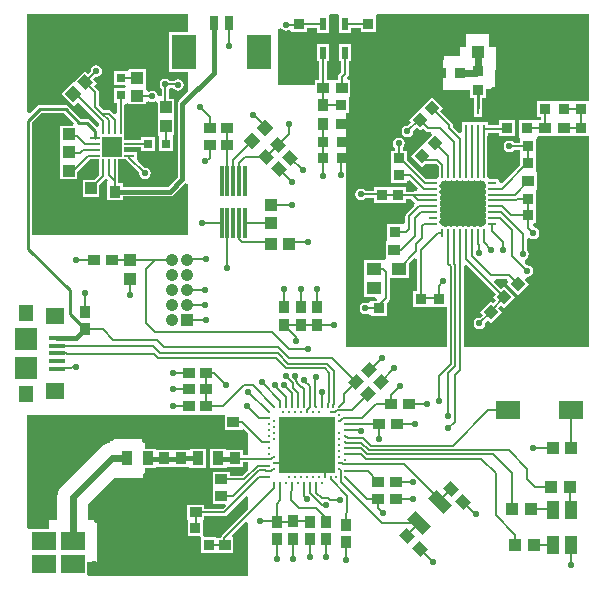
<source format=gtl>
G04 Layer_Physical_Order=1*
G04 Layer_Color=255*
%FSLAX25Y25*%
%MOIN*%
G70*
G01*
G75*
%ADD10C,0.01083*%
%ADD11R,0.03543X0.03740*%
%ADD12R,0.19095X0.19095*%
G04:AMPARAMS|DCode=13|XSize=35.43mil|YSize=41.34mil|CornerRadius=0mil|HoleSize=0mil|Usage=FLASHONLY|Rotation=45.000|XOffset=0mil|YOffset=0mil|HoleType=Round|Shape=Rectangle|*
%AMROTATEDRECTD13*
4,1,4,0.00209,-0.02714,-0.02714,0.00209,-0.00209,0.02714,0.02714,-0.00209,0.00209,-0.02714,0.0*
%
%ADD13ROTATEDRECTD13*%

%ADD14R,0.03583X0.03780*%
%ADD15R,0.08032X0.06063*%
%ADD16R,0.06614X0.06614*%
%ADD17R,0.03347X0.00787*%
%ADD18R,0.00787X0.03347*%
%ADD19R,0.03150X0.03150*%
G04:AMPARAMS|DCode=20|XSize=35.43mil|YSize=37.4mil|CornerRadius=0mil|HoleSize=0mil|Usage=FLASHONLY|Rotation=225.000|XOffset=0mil|YOffset=0mil|HoleType=Round|Shape=Rectangle|*
%AMROTATEDRECTD20*
4,1,4,-0.00070,0.02575,0.02575,-0.00070,0.00070,-0.02575,-0.02575,0.00070,-0.00070,0.02575,0.0*
%
%ADD20ROTATEDRECTD20*%

%ADD21R,0.03937X0.04134*%
%ADD22R,0.03543X0.04134*%
G04:AMPARAMS|DCode=23|XSize=39.37mil|YSize=41.34mil|CornerRadius=0mil|HoleSize=0mil|Usage=FLASHONLY|Rotation=225.000|XOffset=0mil|YOffset=0mil|HoleType=Round|Shape=Rectangle|*
%AMROTATEDRECTD23*
4,1,4,-0.00070,0.02854,0.02854,-0.00070,0.00070,-0.02854,-0.02854,0.00070,-0.00070,0.02854,0.0*
%
%ADD23ROTATEDRECTD23*%

%ADD24R,0.04134X0.03937*%
%ADD25R,0.03150X0.05118*%
%ADD26R,0.08268X0.11811*%
%ADD27R,0.05118X0.04331*%
%ADD28R,0.03661X0.04921*%
%ADD29R,0.04134X0.03543*%
G04:AMPARAMS|DCode=30|XSize=39.37mil|YSize=70.87mil|CornerRadius=0mil|HoleSize=0mil|Usage=FLASHONLY|Rotation=45.000|XOffset=0mil|YOffset=0mil|HoleType=Round|Shape=Rectangle|*
%AMROTATEDRECTD30*
4,1,4,0.01114,-0.03897,-0.03897,0.01114,-0.01114,0.03897,0.03897,-0.01114,0.01114,-0.03897,0.0*
%
%ADD30ROTATEDRECTD30*%

%ADD31R,0.03347X0.03740*%
G04:AMPARAMS|DCode=32|XSize=39.37mil|YSize=41.34mil|CornerRadius=0mil|HoleSize=0mil|Usage=FLASHONLY|Rotation=315.000|XOffset=0mil|YOffset=0mil|HoleType=Round|Shape=Rectangle|*
%AMROTATEDRECTD32*
4,1,4,-0.02854,-0.00070,0.00070,0.02854,0.02854,0.00070,-0.00070,-0.02854,-0.02854,-0.00070,0.0*
%
%ADD32ROTATEDRECTD32*%

%ADD33R,0.03740X0.03543*%
%ADD34R,0.03740X0.03937*%
%ADD35R,0.03937X0.03740*%
G04:AMPARAMS|DCode=36|XSize=35.43mil|YSize=37.4mil|CornerRadius=0mil|HoleSize=0mil|Usage=FLASHONLY|Rotation=315.000|XOffset=0mil|YOffset=0mil|HoleType=Round|Shape=Rectangle|*
%AMROTATEDRECTD36*
4,1,4,-0.02575,-0.00070,0.00070,0.02575,0.02575,0.00070,-0.00070,-0.02575,-0.02575,-0.00070,0.0*
%
%ADD36ROTATEDRECTD36*%

%ADD37R,0.02362X0.04331*%
%ADD38R,0.03937X0.03937*%
%ADD39R,0.04134X0.08661*%
%ADD40R,0.01181X0.10039*%
%ADD41O,0.00787X0.03150*%
%ADD42O,0.03150X0.00787*%
%ADD43R,0.13386X0.13583*%
G04:AMPARAMS|DCode=44|XSize=35.43mil|YSize=41.34mil|CornerRadius=0mil|HoleSize=0mil|Usage=FLASHONLY|Rotation=315.000|XOffset=0mil|YOffset=0mil|HoleType=Round|Shape=Rectangle|*
%AMROTATEDRECTD44*
4,1,4,-0.02714,-0.00209,0.00209,0.02714,0.02714,0.00209,-0.00209,-0.02714,-0.02714,-0.00209,0.0*
%
%ADD44ROTATEDRECTD44*%

%ADD45R,0.03150X0.03150*%
%ADD46R,0.07480X0.07480*%
%ADD47R,0.05118X0.05709*%
%ADD48R,0.06299X0.05512*%
%ADD49R,0.05315X0.01575*%
%ADD50R,0.00984X0.03150*%
%ADD51R,0.03150X0.01181*%
%ADD52R,0.04331X0.05906*%
%ADD53R,0.07874X0.06299*%
%ADD54C,0.00800*%
%ADD55C,0.02284*%
%ADD56C,0.00600*%
%ADD57C,0.01640*%
%ADD58C,0.00400*%
%ADD59C,0.00900*%
%ADD60C,0.01000*%
%ADD61C,0.01600*%
%ADD62C,0.04200*%
%ADD63R,0.04200X0.04200*%
%ADD64C,0.02200*%
%ADD65C,0.01969*%
%ADD66C,0.02400*%
G36*
X21899Y157269D02*
X21485Y156269D01*
X17184D01*
Y150732D01*
X17184D01*
Y150268D01*
X17184D01*
Y144731D01*
X17184D01*
X17184Y144731D01*
X17235Y143753D01*
Y138629D01*
X22969D01*
Y141137D01*
X27054Y145221D01*
X28732D01*
X28882Y145251D01*
X30354D01*
Y143780D01*
X30324Y143630D01*
Y140054D01*
X28637Y138367D01*
X24732D01*
Y132633D01*
X30268D01*
Y136538D01*
X32019Y138288D01*
X32412Y138682D01*
X33301Y138301D01*
X32928Y137320D01*
X32928D01*
Y131586D01*
X38072D01*
Y132821D01*
X53953D01*
X54577Y132946D01*
X55106Y133299D01*
X59000Y137193D01*
X59606Y137061D01*
X60000Y136813D01*
Y120000D01*
X7925D01*
Y157551D01*
X11049Y160675D01*
X18493D01*
X21899Y157269D01*
D02*
G37*
G36*
X155956Y138037D02*
X156421Y137944D01*
X156887Y138037D01*
X157405Y138250D01*
X157924Y138037D01*
X158390Y137944D01*
X158944Y137390D01*
X159037Y136924D01*
X159301Y136529D01*
Y136282D01*
X159037Y135887D01*
X158944Y135421D01*
X159037Y134956D01*
X159250Y134437D01*
X159037Y133918D01*
X158944Y133453D01*
X159037Y132987D01*
X159250Y132468D01*
X159037Y131950D01*
X158944Y131484D01*
X159037Y131018D01*
X159250Y130500D01*
X159037Y129982D01*
X158944Y129516D01*
X159037Y129050D01*
X159250Y128532D01*
X159037Y128013D01*
X158944Y127547D01*
X159037Y127082D01*
X159250Y126563D01*
X159037Y126044D01*
X158944Y125579D01*
X159037Y125113D01*
X159250Y124594D01*
X159037Y124076D01*
X158944Y123610D01*
X158390Y123056D01*
X157924Y122963D01*
X157529Y122699D01*
X157282D01*
X156887Y122963D01*
X156421Y123056D01*
X155956Y122963D01*
X155561Y122699D01*
X155313D01*
X154919Y122963D01*
X154453Y123056D01*
X153987Y122963D01*
X153592Y122699D01*
X153345D01*
X152950Y122963D01*
X152484Y123056D01*
X152018Y122963D01*
X151624Y122699D01*
X151376D01*
X150981Y122963D01*
X150516Y123056D01*
X150050Y122963D01*
X149655Y122699D01*
X149408D01*
X149013Y122963D01*
X148547Y123056D01*
X148082Y122963D01*
X147687Y122699D01*
X147439D01*
X147045Y122963D01*
X146579Y123056D01*
X146113Y122963D01*
X145718Y122699D01*
X145471D01*
X145076Y122963D01*
X144610Y123056D01*
X144056Y123610D01*
X143963Y124076D01*
X143699Y124471D01*
Y124718D01*
X143963Y125113D01*
X144056Y125579D01*
X143963Y126044D01*
X143750Y126563D01*
X143963Y127082D01*
X144056Y127547D01*
X143963Y128013D01*
X143750Y128532D01*
X143963Y129050D01*
X144056Y129516D01*
X143963Y129982D01*
X143750Y130500D01*
X143963Y131018D01*
X144056Y131484D01*
X143963Y131950D01*
X143750Y132468D01*
X143963Y132987D01*
X144056Y133453D01*
X143963Y133918D01*
X143699Y134313D01*
Y134561D01*
X143963Y134956D01*
X144056Y135421D01*
X143963Y135887D01*
X143699Y136282D01*
Y136529D01*
X143963Y136924D01*
X144056Y137390D01*
X144610Y137944D01*
X145076Y138037D01*
X145471Y138301D01*
X145718D01*
X146113Y138037D01*
X146579Y137944D01*
X147045Y138037D01*
X147563Y138250D01*
X148082Y138037D01*
X148547Y137944D01*
X149013Y138037D01*
X149531Y138250D01*
X150050Y138037D01*
X150516Y137944D01*
X150981Y138037D01*
X151500Y138250D01*
X152018Y138037D01*
X152484Y137944D01*
X152950Y138037D01*
X153469Y138250D01*
X153987Y138037D01*
X154453Y137944D01*
X154919Y138037D01*
X155313Y138301D01*
X155561D01*
X155956Y138037D01*
D02*
G37*
G36*
X80000Y32607D02*
Y28586D01*
X71207Y19793D01*
X70964Y19429D01*
X70893Y19072D01*
X69237D01*
Y19316D01*
X65557D01*
X64710Y19684D01*
X64710Y20142D01*
Y24928D01*
X65320D01*
Y26378D01*
X72000D01*
X72000Y26378D01*
X72429Y26464D01*
X72793Y26707D01*
X79076Y32990D01*
X80000Y32607D01*
D02*
G37*
G36*
X72086Y54928D02*
X77820D01*
Y54928D01*
X78644Y55270D01*
X80000Y53914D01*
Y46527D01*
X78072D01*
Y48414D01*
X72928D01*
X72517Y48761D01*
Y48761D01*
X67255D01*
Y42239D01*
X72517D01*
Y42239D01*
X72928Y42680D01*
X78072D01*
Y44284D01*
X80000D01*
Y41566D01*
X78056Y39622D01*
X73820D01*
Y41072D01*
X68086D01*
Y35928D01*
X68086D01*
X68086Y35572D01*
X68086D01*
Y30428D01*
X72036D01*
X72418Y29504D01*
X71535Y28622D01*
X65320D01*
Y30072D01*
X59586D01*
Y24928D01*
X59763D01*
Y19684D01*
X63443D01*
X64290Y19316D01*
X64290Y18858D01*
Y13976D01*
X69180D01*
Y13928D01*
X74914D01*
Y19072D01*
X74914D01*
X74546Y19960D01*
X79076Y24490D01*
X80000Y24107D01*
Y6325D01*
X27214D01*
X26316Y6570D01*
X26316Y7326D01*
Y10968D01*
X29516D01*
Y25032D01*
X26686D01*
Y30352D01*
X35374Y39039D01*
X45445D01*
Y42239D01*
X49016D01*
Y42239D01*
X49428Y42680D01*
X54572D01*
Y42680D01*
X54928D01*
Y42680D01*
X60072D01*
X60483Y42239D01*
Y42239D01*
X65745D01*
Y48761D01*
X60483D01*
Y48761D01*
X60072Y48414D01*
X54928D01*
Y48414D01*
X54572D01*
Y48414D01*
X49428D01*
X49016Y48761D01*
Y48761D01*
X45445D01*
Y51961D01*
X33784D01*
Y50592D01*
X33158Y50510D01*
X31907Y49992D01*
X30833Y49167D01*
X30833Y49167D01*
X17833Y36167D01*
X17008Y35093D01*
X16490Y33842D01*
X16314Y32500D01*
Y25032D01*
X13484D01*
Y21832D01*
X7326D01*
X7078Y21832D01*
X6325Y22429D01*
Y60000D01*
X72086D01*
Y54928D01*
D02*
G37*
G36*
X60000Y187706D02*
X53566D01*
Y174294D01*
X60000D01*
Y167807D01*
X56846Y164654D01*
X56493Y164124D01*
X56369Y163500D01*
Y139176D01*
X53277Y136084D01*
X38072D01*
Y137320D01*
X36684D01*
X36684Y143606D01*
X36678Y143637D01*
Y145291D01*
X37795D01*
Y145251D01*
X39146D01*
X39403Y144867D01*
X43597Y140673D01*
X43563Y140500D01*
X43710Y139759D01*
X44130Y139130D01*
X44759Y138710D01*
X45500Y138563D01*
X46241Y138710D01*
X46870Y139130D01*
X47290Y139759D01*
X47437Y140500D01*
X47290Y141241D01*
X46870Y141870D01*
X46241Y142290D01*
X45500Y142437D01*
X45327Y142403D01*
X43250Y144480D01*
X42741Y145251D01*
X42741D01*
X42741Y145251D01*
Y147639D01*
X40418D01*
X40268Y147668D01*
X40118Y147639D01*
X38607D01*
Y149188D01*
X40118D01*
X40268Y149158D01*
X44220Y149158D01*
Y148023D01*
X48969D01*
Y152772D01*
X44220D01*
Y151605D01*
X40268Y151605D01*
X40118Y151576D01*
X38607D01*
Y152692D01*
X38646D01*
Y155016D01*
X38676Y155165D01*
Y163410D01*
X39060Y163794D01*
X39676Y163961D01*
X40231Y163479D01*
X40611Y163479D01*
X45768D01*
Y164152D01*
X45804Y164186D01*
X46769Y164595D01*
X47085Y164383D01*
X47827Y164236D01*
X48568Y164383D01*
X48731Y164493D01*
X49731Y163958D01*
Y160316D01*
X49731Y159684D01*
X49731Y158684D01*
Y153582D01*
X49731D01*
X50125Y152772D01*
Y148023D01*
X54875D01*
Y152772D01*
X55269Y153582D01*
X55269D01*
Y158684D01*
X55269Y159316D01*
X55269Y160316D01*
Y165418D01*
X53550D01*
Y168706D01*
X53697Y168803D01*
X53794Y168950D01*
X54917D01*
X55130Y168630D01*
X55759Y168210D01*
X56500Y168063D01*
X57241Y168210D01*
X57870Y168630D01*
X58290Y169259D01*
X58437Y170000D01*
X58290Y170741D01*
X57870Y171370D01*
X57241Y171790D01*
X56500Y171937D01*
X55759Y171790D01*
X55171Y171397D01*
X53794D01*
X53697Y171543D01*
X53068Y171963D01*
X52327Y172110D01*
X51585Y171963D01*
X50957Y171543D01*
X50537Y170915D01*
X50390Y170173D01*
X50537Y169432D01*
X50957Y168803D01*
X51103Y168706D01*
Y166334D01*
X50702Y166151D01*
X50416Y166227D01*
X49650Y166747D01*
X49617Y166915D01*
X49197Y167543D01*
X48568Y167963D01*
X47827Y168110D01*
X47085Y167963D01*
X46769Y167751D01*
X45768Y168142D01*
X45768Y169213D01*
X45768Y170213D01*
Y175316D01*
X40231D01*
Y175316D01*
X39875Y174773D01*
X35125D01*
Y170023D01*
X38986D01*
X39194Y169645D01*
X38701Y168867D01*
X35125D01*
Y164117D01*
X36229D01*
Y160674D01*
X35305Y160291D01*
X34334Y161263D01*
X33937Y161528D01*
X33468Y161621D01*
X31769D01*
X30224Y163167D01*
Y167500D01*
X30130Y167968D01*
X29865Y168365D01*
X28480Y169750D01*
X29434Y170703D01*
X28260Y171877D01*
X29154Y172770D01*
X29327Y172736D01*
X30068Y172883D01*
X30697Y173303D01*
X31117Y173932D01*
X31264Y174673D01*
X31117Y175415D01*
X30697Y176043D01*
X30068Y176463D01*
X29327Y176610D01*
X28585Y176463D01*
X27957Y176043D01*
X27537Y175415D01*
X27390Y174673D01*
X27424Y174501D01*
X26530Y173607D01*
X25379Y174758D01*
X21742Y171121D01*
Y171121D01*
X21588Y170827D01*
X17673Y166912D01*
X21727Y162858D01*
X23268Y164399D01*
X30279Y157389D01*
X30177Y156404D01*
X29316Y156058D01*
X27040Y158335D01*
X26610Y158622D01*
X26102Y158723D01*
X24193D01*
X19979Y162937D01*
X19549Y163225D01*
X19042Y163326D01*
X10500D01*
X9993Y163225D01*
X9563Y162937D01*
X7249Y160624D01*
X6325Y161006D01*
Y193675D01*
X60000D01*
Y187706D01*
D02*
G37*
G36*
X193675Y165628D02*
X193572Y164670D01*
X192675Y164670D01*
X188779D01*
X188428Y164670D01*
X188428Y164670D01*
X187820Y164572D01*
Y164572D01*
X182520D01*
X182480Y164572D01*
X181520D01*
X181480Y164572D01*
X176180D01*
Y159428D01*
X177627D01*
Y158170D01*
X176082D01*
Y158170D01*
X175418Y158190D01*
Y158190D01*
X175090Y158190D01*
X170235D01*
Y152887D01*
X170235Y152810D01*
X170680Y151995D01*
X170680Y151810D01*
Y150724D01*
X168468D01*
X168370Y150870D01*
X167741Y151290D01*
X167000Y151437D01*
X166259Y151290D01*
X165630Y150870D01*
X165210Y150241D01*
X165063Y149500D01*
X165210Y148759D01*
X165630Y148130D01*
X166259Y147710D01*
X167000Y147563D01*
X167741Y147710D01*
X168370Y148130D01*
X168468Y148276D01*
X170680D01*
Y146928D01*
X170680D01*
X170680Y146572D01*
X170680D01*
Y143411D01*
X164689Y137419D01*
X163658Y137803D01*
X163648Y137856D01*
X163384Y138250D01*
X162989Y138514D01*
X162524Y138607D01*
X160516D01*
X159951Y138951D01*
X159607Y139516D01*
Y140310D01*
X159613Y140342D01*
Y152976D01*
X159745D01*
Y154127D01*
X163582D01*
Y152810D01*
X168765D01*
Y158190D01*
X163582D01*
Y156574D01*
X159745D01*
Y157725D01*
X151255D01*
Y154389D01*
X150255Y153975D01*
X148223Y156007D01*
Y156500D01*
X148130Y156968D01*
X147865Y157365D01*
X143980Y161250D01*
X144934Y162203D01*
X141157Y165979D01*
X137865Y162686D01*
X137157Y161979D01*
X137157Y161979D01*
X133521Y158343D01*
X134316Y157547D01*
X133173Y156403D01*
X133000Y156437D01*
X132259Y156290D01*
X131630Y155870D01*
X131210Y155241D01*
X131063Y154500D01*
X131210Y153759D01*
X131630Y153130D01*
X132259Y152710D01*
X133000Y152563D01*
X133741Y152710D01*
X134370Y153130D01*
X134790Y153759D01*
X134937Y154500D01*
X134903Y154673D01*
X136047Y155816D01*
X137297Y154566D01*
X138250Y155520D01*
X139135Y154635D01*
X139532Y154370D01*
X140000Y154277D01*
X140833D01*
X141216Y153353D01*
X138521Y150657D01*
X137843Y149979D01*
X134066Y146203D01*
X137703Y142566D01*
X138935Y143798D01*
X139046Y143777D01*
X142493D01*
X143387Y142883D01*
Y140342D01*
X143393Y140310D01*
Y139516D01*
X143049Y138951D01*
X142484Y138607D01*
X141690D01*
X141657Y138613D01*
X139301D01*
X132820Y145095D01*
Y148072D01*
X131373D01*
Y149032D01*
X131519Y149130D01*
X131939Y149759D01*
X132087Y150500D01*
X131939Y151241D01*
X131519Y151870D01*
X130891Y152290D01*
X130150Y152437D01*
X129408Y152290D01*
X128780Y151870D01*
X128360Y151241D01*
X128212Y150500D01*
X128360Y149759D01*
X128780Y149130D01*
X128926Y149032D01*
Y148072D01*
X127480D01*
Y143572D01*
X127480Y142928D01*
X127480D01*
Y142572D01*
X127480D01*
Y137428D01*
X132820D01*
Y137957D01*
X133820Y138371D01*
X136591Y135600D01*
X136208Y134676D01*
X135803D01*
X135335Y134583D01*
X135021Y134373D01*
X132572D01*
Y135820D01*
X127428D01*
Y135820D01*
X127072D01*
Y135820D01*
X121928D01*
Y134723D01*
X118968D01*
X118870Y134870D01*
X118241Y135290D01*
X117500Y135437D01*
X116759Y135290D01*
X116130Y134870D01*
X115710Y134241D01*
X115563Y133500D01*
X115710Y132759D01*
X116130Y132130D01*
X116759Y131710D01*
X117500Y131563D01*
X118241Y131710D01*
X118870Y132130D01*
X118968Y132276D01*
X121928D01*
Y130480D01*
X127072D01*
Y130480D01*
X127428D01*
Y130480D01*
X132572D01*
Y131926D01*
X134312D01*
X135225Y131013D01*
X135619Y130619D01*
X135217Y129685D01*
X132635Y127102D01*
X132370Y126706D01*
X132276Y126237D01*
Y124037D01*
X131469Y123572D01*
X126129D01*
Y118428D01*
X126129Y118428D01*
X125881Y117670D01*
X125881D01*
X125881Y117531D01*
Y112442D01*
X125485Y112002D01*
X125136Y111713D01*
X118507D01*
Y105783D01*
X118507D01*
Y105217D01*
X118507D01*
Y99287D01*
X122347D01*
X122875Y98287D01*
X122714Y98051D01*
X120701D01*
Y97851D01*
X119747Y97293D01*
X119701Y97298D01*
X119000Y97437D01*
X118259Y97290D01*
X117630Y96870D01*
X117210Y96241D01*
X117063Y95500D01*
X117210Y94759D01*
X117630Y94130D01*
X118259Y93710D01*
X119000Y93563D01*
X119701Y93702D01*
X119747Y93707D01*
X120701Y93149D01*
Y92908D01*
X126041D01*
Y97275D01*
X126865Y98099D01*
X127130Y98496D01*
X127224Y98965D01*
Y105783D01*
X133493D01*
Y110377D01*
X135353Y112236D01*
X136276Y111854D01*
Y101320D01*
X134928D01*
Y95979D01*
X140072D01*
Y95979D01*
X140928D01*
Y95979D01*
X146072D01*
X146276Y95064D01*
Y82500D01*
X112500D01*
Y160479D01*
X113572D01*
Y165820D01*
X113918Y166330D01*
X113918D01*
Y171670D01*
X113315D01*
X112900Y172670D01*
X113105Y172875D01*
X113371Y173272D01*
X113464Y173740D01*
Y177810D01*
X114221D01*
Y183741D01*
X110259D01*
Y177810D01*
X111017D01*
Y174247D01*
X110284Y173515D01*
X110019Y173118D01*
X109926Y172650D01*
Y171670D01*
X108381D01*
Y171670D01*
X107619D01*
Y171670D01*
X106074D01*
Y177810D01*
X106741D01*
Y183741D01*
X102779D01*
Y177810D01*
X103627D01*
Y171670D01*
X102082D01*
Y170000D01*
X90000D01*
Y188522D01*
X91000Y188825D01*
X91130Y188630D01*
X91759Y188210D01*
X92500Y188063D01*
X93241Y188210D01*
X93428Y188335D01*
X94428Y187803D01*
Y187479D01*
X99572D01*
Y189001D01*
X102779Y189001D01*
Y187259D01*
X106741D01*
Y192675D01*
X106741Y193190D01*
X107540Y193675D01*
X109460D01*
X110259Y193190D01*
X110259Y192675D01*
Y187259D01*
X114221D01*
Y189001D01*
X117428D01*
Y187479D01*
X122572D01*
Y192675D01*
X122572Y192820D01*
X122922Y193675D01*
X193675D01*
Y165628D01*
D02*
G37*
G36*
X193572Y152980D02*
X193675Y152022D01*
Y82500D01*
X151739D01*
Y109724D01*
X152663Y110107D01*
X162520Y100250D01*
X161566Y99297D01*
X162589Y98274D01*
X161476Y97161D01*
X160703Y97934D01*
X157066Y94297D01*
X158066Y93297D01*
X157173Y92403D01*
X157000Y92437D01*
X156259Y92290D01*
X155630Y91870D01*
X155210Y91241D01*
X155063Y90500D01*
X155210Y89759D01*
X155630Y89130D01*
X156259Y88710D01*
X157000Y88563D01*
X157741Y88710D01*
X158370Y89130D01*
X158790Y89759D01*
X158937Y90500D01*
X158903Y90673D01*
X159797Y91566D01*
X160843Y90521D01*
X164479Y94157D01*
X163207Y95430D01*
X164320Y96544D01*
X165342Y95521D01*
X168979Y99158D01*
X165203Y102934D01*
X164250Y101980D01*
X161954Y104277D01*
X162368Y105277D01*
X166132D01*
X166584Y104314D01*
X166066Y103797D01*
X169843Y100021D01*
X173479Y103657D01*
X172111Y105025D01*
X172146Y105223D01*
X173000Y106063D01*
X173741Y106210D01*
X174370Y106630D01*
X174790Y107259D01*
X174937Y108000D01*
X174790Y108741D01*
X174370Y109370D01*
X173741Y109790D01*
X173000Y109937D01*
X172827Y109903D01*
X172073Y110657D01*
X172199Y111447D01*
X172357Y111787D01*
X172870Y112130D01*
X173290Y112759D01*
X173437Y113500D01*
X173290Y114241D01*
X172870Y114870D01*
X172723Y114968D01*
Y118687D01*
X173283Y118960D01*
X173723Y119068D01*
X174259Y118710D01*
X175000Y118563D01*
X175741Y118710D01*
X176370Y119130D01*
X176790Y119759D01*
X176937Y120500D01*
X176790Y121241D01*
X176370Y121870D01*
X175741Y122290D01*
X175505Y122337D01*
X175012Y123382D01*
X175305Y123928D01*
X176021D01*
Y129072D01*
X176021D01*
Y129428D01*
X176021D01*
Y134572D01*
X176021D01*
X176119Y135330D01*
X176119D01*
X176119Y135531D01*
Y140670D01*
X176119D01*
X176119Y140670D01*
X176021Y141629D01*
Y146572D01*
X176021D01*
X176021Y146928D01*
X176021D01*
Y151855D01*
X176035Y152091D01*
X176604Y152830D01*
X181381D01*
X181619Y152830D01*
X182381D01*
X182619Y152830D01*
X187490D01*
X187918Y152830D01*
Y152830D01*
X188428Y152980D01*
X188428Y152980D01*
X193572Y152980D01*
D02*
G37*
%LPC*%
G36*
X162472Y186913D02*
X150535D01*
Y179772D01*
X144780D01*
Y168228D01*
X153928D01*
Y165680D01*
X155210D01*
Y164024D01*
X155192D01*
Y159275D01*
X157776D01*
Y164024D01*
X157759D01*
Y165680D01*
X159072D01*
Y168780D01*
X162272D01*
Y174976D01*
X162472D01*
Y186913D01*
D02*
G37*
%LPD*%
D10*
X106390Y62795D02*
D03*
X108358D02*
D03*
X90642Y37205D02*
D03*
X104421D02*
D03*
X102453D02*
D03*
X100484D02*
D03*
X98516D02*
D03*
X96547D02*
D03*
X94579D02*
D03*
X92610D02*
D03*
X88673D02*
D03*
X112295Y39173D02*
D03*
X109343D02*
D03*
X107374D02*
D03*
X105405D02*
D03*
X103437D02*
D03*
X101469D02*
D03*
X99500D02*
D03*
X97531D02*
D03*
X95563D02*
D03*
X93594D02*
D03*
X86705D02*
D03*
X88673Y42126D02*
D03*
X112295Y41142D02*
D03*
X110327Y42126D02*
D03*
X86705Y43110D02*
D03*
X110327Y44094D02*
D03*
X88673D02*
D03*
X112295Y45079D02*
D03*
X110327Y46063D02*
D03*
X88673D02*
D03*
X112295Y47047D02*
D03*
X86705D02*
D03*
X110327Y48031D02*
D03*
X112295Y49016D02*
D03*
X86705D02*
D03*
X110327Y50000D02*
D03*
X112295Y50984D02*
D03*
X86705D02*
D03*
X110327Y51968D02*
D03*
X88673D02*
D03*
X112295Y52953D02*
D03*
X86705D02*
D03*
X110327Y53937D02*
D03*
X88673D02*
D03*
X112295Y54921D02*
D03*
X86705D02*
D03*
X88673Y55905D02*
D03*
X112295Y56890D02*
D03*
X86705D02*
D03*
X110327Y57874D02*
D03*
X88673D02*
D03*
X86705Y58858D02*
D03*
X110327Y59842D02*
D03*
X107374Y60827D02*
D03*
X103437D02*
D03*
X101469D02*
D03*
X99500D02*
D03*
X97531D02*
D03*
X95563D02*
D03*
X93594D02*
D03*
X91626D02*
D03*
X86705D02*
D03*
X110327Y62795D02*
D03*
X104421D02*
D03*
X102453D02*
D03*
X100484D02*
D03*
X98516D02*
D03*
X96547D02*
D03*
X94579D02*
D03*
X92610D02*
D03*
X90642D02*
D03*
X88673D02*
D03*
D11*
X156500Y174650D02*
D03*
Y168350D02*
D03*
X111000Y163150D02*
D03*
Y156850D02*
D03*
X191000Y162000D02*
D03*
X191000Y168299D02*
D03*
X191000Y155650D02*
D03*
Y149350D02*
D03*
X130000Y126850D02*
D03*
Y133150D02*
D03*
X124500Y126850D02*
D03*
Y133150D02*
D03*
X143500Y98650D02*
D03*
Y92350D02*
D03*
X137500Y98650D02*
D03*
Y92350D02*
D03*
X120000Y190150D02*
D03*
Y183850D02*
D03*
X97000Y190150D02*
D03*
Y183850D02*
D03*
D12*
X99500Y50000D02*
D03*
D13*
X25588Y170912D02*
D03*
X21412Y175088D02*
D03*
X132912Y19588D02*
D03*
X137088Y15412D02*
D03*
X147468Y35175D02*
D03*
X151643Y30999D02*
D03*
X89826Y149916D02*
D03*
X94002Y145740D02*
D03*
X85912Y146088D02*
D03*
X90088Y141912D02*
D03*
D14*
X166173Y155500D02*
D03*
X172827D02*
D03*
D15*
X11894Y10402D02*
D03*
Y18000D02*
D03*
X21500Y10402D02*
D03*
Y18000D02*
D03*
D16*
X34500Y149398D02*
D03*
D17*
X28732Y146445D02*
D03*
Y148413D02*
D03*
Y150382D02*
D03*
Y152350D02*
D03*
X40268D02*
D03*
X40268Y150382D02*
D03*
Y148413D02*
D03*
Y146445D02*
D03*
D18*
X31547Y155165D02*
D03*
X33516D02*
D03*
X35484D02*
D03*
X37453D02*
D03*
Y143630D02*
D03*
X35484D02*
D03*
X33516Y143630D02*
D03*
X31547D02*
D03*
D19*
X46595Y150398D02*
D03*
X52500D02*
D03*
D20*
X165273Y99227D02*
D03*
X169727Y94773D02*
D03*
X137227Y158273D02*
D03*
X132773Y162727D02*
D03*
X136773Y166727D02*
D03*
X141227Y162273D02*
D03*
X169773Y103727D02*
D03*
X174227Y99273D02*
D03*
X160773Y94227D02*
D03*
X165227Y89773D02*
D03*
D21*
X43000Y172449D02*
D03*
Y166347D02*
D03*
X27500Y129398D02*
D03*
Y135500D02*
D03*
X52500Y156449D02*
D03*
Y162551D02*
D03*
X87500Y123949D02*
D03*
Y130051D02*
D03*
X40500Y111551D02*
D03*
Y105449D02*
D03*
D22*
X35500Y134453D02*
D03*
Y128547D02*
D03*
X52000Y45547D02*
D03*
Y51453D02*
D03*
X57500Y45547D02*
D03*
Y51453D02*
D03*
X92000Y90047D02*
D03*
Y95953D02*
D03*
X97500Y90047D02*
D03*
Y95953D02*
D03*
X103000Y90047D02*
D03*
Y95953D02*
D03*
X89500Y24453D02*
D03*
Y18547D02*
D03*
X95000Y24500D02*
D03*
Y18595D02*
D03*
X100500Y24453D02*
D03*
Y18547D02*
D03*
X106000Y24453D02*
D03*
Y18547D02*
D03*
X112500Y23453D02*
D03*
Y17547D02*
D03*
X75500Y45547D02*
D03*
Y51453D02*
D03*
X25500Y88547D02*
D03*
Y94453D02*
D03*
D23*
X21657Y166842D02*
D03*
X17343Y171158D02*
D03*
D24*
X13949Y153500D02*
D03*
X20051D02*
D03*
X13949Y147500D02*
D03*
X20051D02*
D03*
X14000Y141398D02*
D03*
X20102D02*
D03*
X87449Y117000D02*
D03*
X93551D02*
D03*
X181449Y49000D02*
D03*
X187551D02*
D03*
X187051Y36000D02*
D03*
X180949D02*
D03*
X174051Y28500D02*
D03*
X167949D02*
D03*
X168949Y16500D02*
D03*
X175051D02*
D03*
D25*
X73461Y190646D02*
D03*
X68539Y190646D02*
D03*
D26*
X58500Y181000D02*
D03*
X83500Y181000D02*
D03*
D27*
X121866Y108748D02*
D03*
X130134D02*
D03*
Y102252D02*
D03*
X121866D02*
D03*
D28*
X39614Y45500D02*
D03*
X46386D02*
D03*
X69886D02*
D03*
X63114D02*
D03*
D29*
X65047Y38500D02*
D03*
X70953D02*
D03*
X123340Y32050D02*
D03*
X129246D02*
D03*
X77953Y16500D02*
D03*
X72047D02*
D03*
X56547Y27500D02*
D03*
X62453D02*
D03*
X65047Y33000D02*
D03*
X70953D02*
D03*
X74953Y57500D02*
D03*
X69047D02*
D03*
X65953Y74000D02*
D03*
X60047D02*
D03*
X65953Y68500D02*
D03*
X60047D02*
D03*
X65953Y63000D02*
D03*
X60047D02*
D03*
X67047Y155500D02*
D03*
X72953D02*
D03*
X72953Y150000D02*
D03*
X67047D02*
D03*
X127547Y63500D02*
D03*
X133453D02*
D03*
X123547Y57000D02*
D03*
X129453D02*
D03*
X34453Y111500D02*
D03*
X28547D02*
D03*
X123340Y37707D02*
D03*
X129246D02*
D03*
D30*
X136917Y23917D02*
D03*
X143876Y30876D02*
D03*
D31*
X66764Y22354D02*
D03*
X62236D02*
D03*
Y16646D02*
D03*
X66764Y16646D02*
D03*
D32*
X85658Y155657D02*
D03*
X81343Y151342D02*
D03*
D33*
X104850Y151000D02*
D03*
X111150Y151000D02*
D03*
X104850Y145500D02*
D03*
X111150Y145500D02*
D03*
X130150D02*
D03*
X123850D02*
D03*
X150650Y174000D02*
D03*
X144350D02*
D03*
X178850Y162000D02*
D03*
X185150D02*
D03*
X173350Y149500D02*
D03*
X179650D02*
D03*
X179650Y144000D02*
D03*
X173350D02*
D03*
X179650Y126500D02*
D03*
X173350D02*
D03*
X179650Y132000D02*
D03*
X173350D02*
D03*
X122500Y121000D02*
D03*
X128799D02*
D03*
X130150Y140000D02*
D03*
X123850D02*
D03*
X123371Y95480D02*
D03*
X129670D02*
D03*
D34*
X105000Y163150D02*
D03*
X105000Y156850D02*
D03*
D35*
X104850Y169000D02*
D03*
X111150D02*
D03*
X178850Y155500D02*
D03*
X185150D02*
D03*
X173350Y138000D02*
D03*
X179650D02*
D03*
X128650Y115000D02*
D03*
X122350D02*
D03*
D36*
X137773Y146273D02*
D03*
X142227Y150727D02*
D03*
D37*
X104760Y190224D02*
D03*
X112240D02*
D03*
Y180776D02*
D03*
X108500D02*
D03*
X104760Y180776D02*
D03*
D38*
X156504Y180945D02*
D03*
D39*
X150697Y186850D02*
D03*
X162311D02*
D03*
D40*
X78937Y137890D02*
D03*
X76968D02*
D03*
X75000Y137890D02*
D03*
X73032D02*
D03*
X71063Y137890D02*
D03*
X78937Y124110D02*
D03*
X76968D02*
D03*
X75000Y124110D02*
D03*
X73032D02*
D03*
X71063Y124110D02*
D03*
D41*
X144610Y120658D02*
D03*
X146579D02*
D03*
X148547D02*
D03*
X150516D02*
D03*
X152484D02*
D03*
X154453D02*
D03*
X156421D02*
D03*
X158390D02*
D03*
Y140342D02*
D03*
X156421D02*
D03*
X154453D02*
D03*
X152484D02*
D03*
X150516D02*
D03*
X148547D02*
D03*
X146579D02*
D03*
X144610D02*
D03*
D42*
X161343Y123610D02*
D03*
Y125579D02*
D03*
Y127547D02*
D03*
Y129516D02*
D03*
Y131484D02*
D03*
Y133453D02*
D03*
Y135421D02*
D03*
Y137390D02*
D03*
X141657D02*
D03*
Y135421D02*
D03*
Y133453D02*
D03*
Y131484D02*
D03*
Y129516D02*
D03*
Y127547D02*
D03*
Y125579D02*
D03*
Y123610D02*
D03*
D43*
X151500Y130500D02*
D03*
D44*
X119912Y66912D02*
D03*
X124088Y71088D02*
D03*
X115912Y70912D02*
D03*
X120088Y75088D02*
D03*
D45*
X37500Y166492D02*
D03*
X37500Y172398D02*
D03*
D46*
X5734Y75776D02*
D03*
Y85224D02*
D03*
D47*
Y67016D02*
D03*
Y93984D02*
D03*
D48*
X15380Y93098D02*
D03*
Y67902D02*
D03*
D49*
X16266Y85618D02*
D03*
Y83059D02*
D03*
Y80500D02*
D03*
Y77941D02*
D03*
Y75382D02*
D03*
D50*
X152547Y155350D02*
D03*
X154516D02*
D03*
X156484D02*
D03*
X158453D02*
D03*
X152547Y161650D02*
D03*
X154516D02*
D03*
X156484D02*
D03*
X158453D02*
D03*
D51*
X150579Y158500D02*
D03*
X160421D02*
D03*
D52*
X181547Y16594D02*
D03*
X187453D02*
D03*
Y28405D02*
D03*
X181547Y28405D02*
D03*
D53*
X166370Y61500D02*
D03*
X187630D02*
D03*
D54*
X191000Y148350D02*
X191500Y148850D01*
X144201Y174000D02*
X144350Y173850D01*
X180150Y126000D02*
X180650Y126500D01*
X180449Y49000D02*
X180949Y48500D01*
X130150Y91500D02*
Y103154D01*
X105405Y39173D02*
Y44094D01*
X137181Y15319D02*
Y15763D01*
X99500Y50000D02*
X105405Y44094D01*
X100000Y18047D02*
X100500Y17547D01*
X81815Y160000D02*
X86158Y155657D01*
X14000Y153449D02*
Y156000D01*
X13949Y153398D02*
X14000Y153449D01*
X35500Y128445D02*
X35555Y128500D01*
X13898Y147500D02*
X14000Y147398D01*
X15000Y75606D02*
X17130D01*
X88673Y44094D02*
X93594D01*
X164421Y135421D02*
X173175Y144175D01*
X142850Y99000D02*
X143500Y99650D01*
X97000Y190224D02*
X104760Y190224D01*
X130150Y149799D02*
X130500Y150150D01*
X137500Y99000D02*
X142850D01*
X122535Y95500D02*
X126000Y98965D01*
X87449Y117500D02*
X87500D01*
X78000Y117500D02*
X87449Y117500D01*
X152543Y155350D02*
X152547Y155850D01*
X152484Y155850D02*
X152486Y155350D01*
X152484Y140342D02*
Y155850D01*
X167000Y106500D02*
X170523Y102977D01*
X93551Y117500D02*
X100000D01*
X25453Y88500D02*
X31500D01*
X105000Y167500D02*
Y169350D01*
X46595Y150382D02*
X47000D01*
X40268Y150382D02*
X46595Y150382D01*
X181350Y28500D02*
X181402Y28551D01*
X52327Y162622D02*
X52500Y162449D01*
X85410Y145500D02*
X89826Y149916D01*
X190850Y155500D02*
X191000Y155650D01*
X185150Y155500D02*
X190850D01*
X150547Y187000D02*
X150697Y186850D01*
X111000Y144850D02*
X111150Y145000D01*
X111000Y140000D02*
Y144850D01*
X151643Y30999D02*
X155642Y27000D01*
X156000D01*
X137181Y15319D02*
X141500Y11000D01*
X180949Y48500D02*
X181449Y49000D01*
X73000Y124079D02*
X73032Y124110D01*
X73000Y109000D02*
Y124079D01*
X161343Y127547D02*
X164331D01*
X171500Y120379D01*
Y113500D02*
Y120379D01*
X158390Y117610D02*
X161000Y115000D01*
X158390Y117610D02*
Y120658D01*
X156421Y117079D02*
X157000Y116500D01*
X156421Y117079D02*
Y120658D01*
X157000Y114000D02*
Y116500D01*
X154453Y113047D02*
X161000Y106500D01*
X154453Y113047D02*
Y120658D01*
X152484Y112016D02*
Y120658D01*
X148800Y73320D02*
X150516Y75036D01*
X148800Y57800D02*
Y73320D01*
X146500Y55500D02*
X148800Y57800D01*
X146500Y59500D02*
Y74020D01*
X148547Y110433D02*
X148900Y110080D01*
Y76420D02*
Y110080D01*
X146500Y74020D02*
X148900Y76420D01*
X150516Y75036D02*
Y120658D01*
X147500Y77000D02*
Y109500D01*
X143500Y73000D02*
X147500Y77000D01*
X143500Y64500D02*
Y73000D01*
X148547Y110433D02*
Y120658D01*
X146579Y110421D02*
Y120658D01*
Y110421D02*
X147500Y109500D01*
X187051Y28807D02*
X187453Y28405D01*
X174051Y28500D02*
X181350D01*
X129500Y57000D02*
X135500D01*
X174051Y28500D02*
X174146Y28405D01*
X123390Y56890D02*
X123500Y57000D01*
X59500Y96500D02*
X65500D01*
X59500Y101500D02*
X65500D01*
X52500Y150898D02*
Y156346D01*
X40268Y148413D02*
X40283Y148398D01*
X87339Y124110D02*
X87500Y123949D01*
X78937Y124110D02*
X87339D01*
X76968Y118532D02*
X78000Y117500D01*
X67047Y145547D02*
Y150000D01*
X72953Y150000D02*
X73032Y149921D01*
X72953Y150000D02*
X72953Y150000D01*
Y155500D01*
X81343Y151342D02*
X81842Y151342D01*
X75000Y145000D02*
X81343Y151342D01*
X75000Y137890D02*
Y145000D01*
X90406Y141644D02*
X94500Y137550D01*
X94002Y145740D02*
X98243Y141500D01*
X78969Y145968D02*
X85230D01*
X76968Y143968D02*
X78969Y145968D01*
X85230Y145500D02*
X85410D01*
X76968Y137890D02*
Y143968D01*
X73461Y190646D02*
X73461Y183039D01*
X35461Y143606D02*
X35461Y137898D01*
X31547Y139547D02*
Y143630D01*
X42949Y172398D02*
X43000Y172449D01*
X37500Y172398D02*
X42949Y172398D01*
X129246Y37707D02*
X129453Y37500D01*
X135000D01*
X129246Y32050D02*
X129296Y32000D01*
X135000D01*
X190799Y168500D02*
X191000Y168299D01*
X185500Y168500D02*
X190799D01*
X143157Y120658D02*
X144610D01*
X137500Y115000D02*
X143157Y120658D01*
X137547Y127547D02*
X141657D01*
X135500Y125500D02*
X137547Y127547D01*
X135500Y119500D02*
Y125500D01*
X133921Y140000D02*
X138500Y135421D01*
X130150Y140000D02*
X133921D01*
X130684Y145500D02*
X138794Y137390D01*
X130150Y145500D02*
X130684D01*
X136773Y146273D02*
X137773D01*
X139046Y145000D02*
X143000D01*
X144610Y143390D01*
X142227Y150727D02*
X142273D01*
X146579Y140342D02*
Y146421D01*
X142273Y150727D02*
X146579Y146421D01*
X138000Y123000D02*
X138610Y123610D01*
X138794Y137390D02*
X141657D01*
X132773Y162727D02*
Y163227D01*
X129000Y167000D02*
X132773Y163227D01*
X136773Y166727D02*
X137046Y166454D01*
X133250Y170250D02*
X136773Y166727D01*
X141227Y162273D02*
X147000Y156500D01*
X169000Y85750D02*
Y86000D01*
X190850Y156000D02*
X191000Y156150D01*
X158390Y155287D02*
X158453Y155350D01*
X158390Y140342D02*
Y155287D01*
X156421D02*
X156484Y155350D01*
X156421Y140342D02*
Y155287D01*
X154453Y155287D02*
X154516Y155350D01*
X154453Y140342D02*
Y155287D01*
X152547Y155850D02*
Y155850D01*
X156484Y154516D02*
Y155350D01*
X154453Y155787D02*
Y155850D01*
X166024Y155350D02*
X166173Y155500D01*
X167500Y126500D02*
X173350D01*
X169097Y131484D02*
X169613Y132000D01*
X161343Y131484D02*
X169097D01*
X169613Y132000D02*
X173350D01*
X161343Y133453D02*
X168803D01*
X106000Y18547D02*
Y19094D01*
X52000Y51453D02*
Y57500D01*
X57500Y51453D02*
Y58000D01*
X56500Y22000D02*
X56547Y22047D01*
Y27500D01*
X59000Y33000D02*
X65047D01*
X59000Y38500D02*
X65047D01*
X85230Y145320D02*
X85410Y145500D01*
X76968Y118532D02*
Y124110D01*
X130150Y103154D02*
X131134Y104138D01*
X25016Y148413D02*
X28732D01*
X24000Y147398D02*
X25016Y148413D01*
X116500Y121000D02*
X122500D01*
X138500Y135421D02*
X141657D01*
X14000Y135398D02*
Y141398D01*
X119925Y190224D02*
X120000Y190150D01*
X112240Y190224D02*
X119925D01*
X112240Y173740D02*
Y180776D01*
X111150Y172650D02*
X112240Y173740D01*
X111150Y169500D02*
Y172650D01*
X104760Y180776D02*
X104850Y180685D01*
Y169500D02*
Y179185D01*
X161343Y135421D02*
X164421D01*
X181504Y16551D02*
X181547Y16594D01*
X181402Y28551D02*
X181547Y28405D01*
X31547Y155165D02*
Y157850D01*
X33516Y155165D02*
Y158145D01*
X35484Y155165D02*
Y158382D01*
X33468Y160398D02*
X35484Y158382D01*
X31263Y160398D02*
X33468D01*
X31263D02*
X33516Y158145D01*
X73461Y183039D02*
X73500Y183000D01*
X42353Y152350D02*
X43400Y153398D01*
X73032Y137890D02*
Y149921D01*
X136484Y131484D02*
X141657D01*
X144610Y140342D02*
Y143390D01*
X138610Y123610D02*
X141657D01*
X161343Y129516D02*
X164484D01*
X167500Y126500D01*
X169727Y94273D02*
Y94773D01*
X119418Y32050D02*
X123340D01*
X112295Y39173D02*
X119418Y32050D01*
X27500Y123500D02*
Y129398D01*
X42960Y152958D02*
X43400Y153398D01*
X45500Y155498D01*
Y156500D01*
X37453Y140445D02*
Y143630D01*
X33516Y139842D02*
X35461Y137898D01*
X33516Y139842D02*
Y143630D01*
X37453Y140445D02*
X38898Y139000D01*
X14000Y156000D02*
X14000Y159398D01*
X9000Y147500D02*
X13898D01*
X27500Y135500D02*
X31547Y139547D01*
X20102Y141398D02*
X21000D01*
X20051Y153500D02*
X20398D01*
X20551Y147398D02*
X20551D01*
X24000Y147398D01*
X21500Y141398D02*
X26547Y146445D01*
X28732D01*
X20051Y153500D02*
X20551Y153000D01*
X23000D01*
X25618Y150382D01*
X28732D01*
X35461Y134984D02*
X35547Y134898D01*
X35461Y134984D02*
Y137898D01*
X40268Y148413D02*
X42587D01*
X97000Y177000D02*
Y183850D01*
Y184350D01*
X117500Y145500D02*
X123850D01*
X37500Y166492D02*
Y166992D01*
X37453Y155165D02*
Y166445D01*
X37500Y166492D01*
X43000Y166347D02*
X47653D01*
X47827Y166173D01*
X52327Y162622D02*
Y170173D01*
X46500Y144500D02*
X48500D01*
X42587Y148413D02*
X46500Y144500D01*
X40268Y145732D02*
Y146445D01*
Y145732D02*
X45500Y140500D01*
X87500Y130051D02*
X94449D01*
X94500Y130000D01*
X100000Y117500D02*
X100000Y117500D01*
X64610Y124110D02*
X71063D01*
X64500Y124000D02*
X64610Y124110D01*
X105000Y139500D02*
Y144850D01*
X104850Y145000D02*
X105000Y144850D01*
X73453Y52000D02*
X74000Y51453D01*
X69500Y52000D02*
X73453D01*
X81516Y69953D02*
X88673Y62795D01*
X92000Y95953D02*
Y102000D01*
X97500Y95953D02*
Y102000D01*
X92000Y90047D02*
X97500D01*
X103000D01*
X108453D01*
X108500Y90000D01*
X127547Y63500D02*
Y66547D01*
X130500Y69500D01*
X133453Y63500D02*
X139500D01*
X124088Y71088D02*
X128500Y75500D01*
X120088Y75088D02*
X120588D01*
X89500Y12000D02*
Y18547D01*
X95000Y12000D02*
Y18547D01*
X100000Y18047D02*
X100500Y18547D01*
Y12500D02*
Y17547D01*
X106000Y12500D02*
Y18547D01*
X112500Y11500D02*
Y17547D01*
X77953Y11047D02*
X78000Y11000D01*
X77953Y11047D02*
Y16500D01*
X71854Y22354D02*
X72500Y23000D01*
X66764Y22354D02*
X71854D01*
X62236Y16646D02*
X62500Y16382D01*
Y10500D02*
Y16382D01*
X63000Y57500D02*
X69047D01*
X29000Y162660D02*
X31263Y160398D01*
X66000Y144500D02*
X67047Y145547D01*
X65500Y144500D02*
X66000D01*
X64000Y162500D02*
X67047Y159453D01*
Y155500D02*
Y159453D01*
X81500Y160000D02*
X81815D01*
X111500Y156850D02*
X111650Y157000D01*
X104850Y169500D02*
X105000Y169350D01*
X144500Y187000D02*
X150547D01*
X141227Y150727D02*
X142227D01*
X137773Y146273D02*
X139046Y145000D01*
X191000Y156150D02*
Y162000D01*
X185150D02*
X191000D01*
X178850Y155500D02*
Y162000D01*
X172827Y155500D02*
X178850D01*
X158453Y155350D02*
X166024D01*
X179650Y149500D02*
X185500D01*
X179650Y144000D02*
X186000D01*
X179650Y126500D02*
X180150Y126000D01*
X180650Y126500D02*
X185500D01*
X168803Y133453D02*
X173350Y138000D01*
X179650D02*
X186000D01*
X161000Y106500D02*
X167000D01*
X160773Y94227D02*
Y94727D01*
X175000Y49000D02*
X180449D01*
X13026Y175474D02*
X17343Y171158D01*
X13026Y175474D02*
X13526Y175974D01*
X13026Y175474D02*
Y175474D01*
X13526Y175974D01*
X25588Y170912D02*
X29000Y167500D01*
Y162660D02*
Y167500D01*
X25588Y170912D02*
Y170934D01*
X29327Y174673D01*
X105000Y167500D02*
X105000Y163150D01*
X111000D01*
X111500D01*
X108500Y174500D02*
Y180776D01*
X138000Y174000D02*
X144201D01*
X96850Y190000D02*
X97000Y190150D01*
X150516Y140342D02*
Y151984D01*
X147000Y155500D02*
X150516Y151984D01*
X147000Y155500D02*
Y156500D01*
X148547Y140342D02*
Y150953D01*
X144000Y155500D02*
X148547Y150953D01*
X140000Y155500D02*
X144000D01*
X137227Y158273D02*
X140000Y155500D01*
X124752Y108748D02*
X126000Y107500D01*
X121866Y108748D02*
X124752D01*
X131000Y115000D02*
X135500Y119500D01*
X128650Y115000D02*
X131000D01*
X136778Y129516D02*
X141657D01*
X133500Y126237D02*
X136778Y129516D01*
X133500Y122000D02*
Y126237D01*
X132500Y121000D02*
X133500Y122000D01*
X124500Y133150D02*
X130000D01*
X135803Y133453D02*
X141657D01*
X135500Y133150D02*
X135803Y133453D01*
X134819Y133150D02*
X136484Y131484D01*
X130000Y133150D02*
X134819D01*
X135500D01*
X117500Y133500D02*
X124150D01*
X124500Y133150D01*
X124150Y126500D02*
X124500Y126850D01*
X130000D01*
X117500Y140000D02*
X123850D01*
X157000Y90500D02*
X160727Y94227D01*
X160773D01*
X167000Y149500D02*
X173350D01*
Y144000D02*
Y149500D01*
X173350Y144000D02*
X173350Y144000D01*
X173350Y122150D02*
Y126500D01*
Y122150D02*
X175000Y120500D01*
X173350Y126500D02*
Y132000D01*
X179650D02*
X180150Y132500D01*
X186000D01*
X191000Y149350D02*
X191500Y148850D01*
X191000Y142500D02*
Y148350D01*
X133000Y154500D02*
X136773Y158273D01*
X137227D01*
X130150Y145500D02*
Y149799D01*
Y150500D02*
X130500Y150150D01*
X143500Y92350D02*
Y93350D01*
X137500Y92350D02*
Y93350D01*
Y99000D02*
Y115000D01*
Y86500D02*
Y92350D01*
X143500Y86000D02*
Y92350D01*
Y103000D02*
X145000Y104500D01*
X143500Y98650D02*
Y99650D01*
Y103000D01*
X107824Y79000D02*
X115912Y70912D01*
X52327Y170173D02*
X56327D01*
X56500Y170000D01*
X89826Y149916D02*
X93500Y153590D01*
Y157000D01*
X92500Y190000D02*
X96850D01*
X84000Y24500D02*
X89453D01*
X89500Y24453D01*
X123340Y29076D02*
Y32050D01*
Y29076D02*
X125000Y27417D01*
X187500Y10000D02*
Y16547D01*
X187453Y16594D02*
X187500Y16547D01*
X23000Y166347D02*
X23051D01*
X31547Y157850D01*
X25500Y94453D02*
Y100500D01*
X116500Y126500D02*
X124150D01*
X65953Y68500D02*
Y74000D01*
Y63000D02*
Y68500D01*
Y63000D02*
X71500D01*
X78453Y69953D01*
X81516D01*
X68500Y74000D02*
X72500Y70000D01*
X65953Y74000D02*
X68500D01*
X55000D02*
X60047D01*
X55000Y68500D02*
X60047D01*
X55000Y63000D02*
X60047D01*
X93594Y44094D02*
X97138Y47638D01*
X99500Y50000D01*
X128799Y121000D02*
X132500D01*
X120588Y75088D02*
X124500Y79000D01*
X169350Y186850D02*
X169500Y187000D01*
X162311Y186850D02*
X169350D01*
X120000Y176500D02*
Y183850D01*
X111650Y157000D02*
X117500D01*
X111150Y151000D02*
X117000D01*
X174227Y99273D02*
X178000Y95500D01*
X169727Y94773D02*
X173500Y91000D01*
X103000Y95953D02*
Y102000D01*
X38898Y139000D02*
X41000D01*
X35555Y128500D02*
X41000D01*
X17000Y179500D02*
X21412Y175088D01*
X40268Y152350D02*
X42353D01*
X165227Y89773D02*
X169000Y86000D01*
X17130Y75606D02*
X20894Y75606D01*
X21287Y76000D01*
X22500D01*
X59500Y111500D02*
X60000Y112000D01*
X66000D01*
X52000Y82500D02*
X90000D01*
X35000Y85000D02*
X49500D01*
X52000Y82500D01*
X31500Y88500D02*
X35000Y85000D01*
X59500Y91500D02*
X59500Y91500D01*
X59500Y91500D01*
X187051Y28807D02*
Y36000D01*
X40500Y100500D02*
Y105449D01*
X59500Y91500D02*
X66000D01*
X22500Y111500D02*
X28547D01*
X28547Y111500D01*
X34453D02*
X40449D01*
X40500Y111551D01*
X54449D02*
X54500Y111500D01*
X96000Y84500D02*
Y86047D01*
X92000Y90047D02*
X96000Y86047D01*
X40500Y111551D02*
X49000D01*
X54449D01*
X90000Y82500D02*
X93500Y79000D01*
X107824D01*
X165000Y115000D02*
Y117500D01*
X161343Y121158D02*
X165000Y117500D01*
X161343Y121158D02*
Y123610D01*
X152484Y112016D02*
X165273Y99227D01*
X160773Y94727D02*
X165273Y99227D01*
X118494Y56900D02*
X118504Y56890D01*
X123390D01*
X112295D02*
X112305Y56900D01*
X118494D01*
X168000Y113000D02*
Y121500D01*
Y113000D02*
X173000Y108000D01*
X123547Y51953D02*
Y57000D01*
X163921Y125579D02*
X168000Y121500D01*
X161343Y125579D02*
X163921D01*
X126000Y98965D02*
Y107500D01*
X119000Y95500D02*
X122535D01*
X130134Y108748D02*
X135900Y114514D01*
Y116900D01*
X138000Y119000D01*
Y123000D01*
D55*
X155850Y174000D02*
X156500Y174650D01*
X150650Y174000D02*
X155850D01*
X156500Y174650D02*
Y180941D01*
X34500Y45500D02*
X39614D01*
X21500Y32500D02*
X34500Y45500D01*
X21500Y18000D02*
Y32500D01*
D56*
X93500Y82000D02*
X100000D01*
X74047Y45406D02*
X87385D01*
X80000Y67532D02*
X86705Y60827D01*
X110327Y62795D02*
X112000Y64468D01*
X181453Y16500D02*
X181504Y16551D01*
X175051Y16500D02*
X181453D01*
X187551Y49000D02*
X187630Y49079D01*
X104421Y62795D02*
Y67421D01*
X104391Y32200D02*
X106661D01*
X102453Y34138D02*
X104391Y32200D01*
X107361Y31500D02*
X110500D01*
X106661Y32200D02*
X107361Y31500D01*
X104611Y30000D02*
X105750D01*
X100500Y34111D02*
X104611Y30000D01*
X102500Y29000D02*
X106000Y25500D01*
X102453Y34138D02*
Y37205D01*
X100500Y34111D02*
Y37189D01*
X98516Y32984D02*
X99500Y32000D01*
X98516Y32984D02*
Y37205D01*
X106000Y24453D02*
Y25500D01*
X97000Y29000D02*
X102500D01*
X94200Y31800D02*
X97000Y29000D01*
X168949Y16500D02*
Y20051D01*
X162500Y26500D02*
X168949Y20051D01*
X162500Y26500D02*
Y40500D01*
X167949Y28500D02*
Y40551D01*
X173000Y38500D02*
X175500Y36000D01*
X173000Y38500D02*
Y42000D01*
X84500Y70838D02*
Y71000D01*
X100484Y37205D02*
X100500Y37189D01*
X108827Y60827D02*
X109500Y61500D01*
X107374Y60827D02*
X108827D01*
X112500Y23453D02*
Y27000D01*
X106000Y24453D02*
X106047Y24406D01*
X107000D01*
X72000Y16547D02*
Y19000D01*
X62453Y27500D02*
X72000D01*
X66764Y16646D02*
X66909Y16500D01*
X72047D01*
X72000Y16547D02*
X72047Y16500D01*
X62236Y22354D02*
X62453Y22571D01*
Y27500D01*
X70953Y33000D02*
X75000D01*
X78520Y38500D02*
X83130Y43110D01*
X70953Y38500D02*
X78520D01*
X94200Y31800D02*
Y34453D01*
X94579Y34831D02*
Y37205D01*
X94200Y34453D02*
X94579Y34831D01*
X104850Y156701D02*
X105000Y156850D01*
X74000Y45453D02*
X74047Y45406D01*
X79500Y63000D02*
X83642Y58858D01*
X86705D01*
X78000Y57500D02*
X84516Y50984D01*
X86705D01*
X89500Y30358D02*
X90642Y31500D01*
X89500Y24453D02*
Y30358D01*
X100453Y24500D02*
X100500Y24453D01*
X95000Y24500D02*
X100453D01*
X94953Y24453D02*
X95000Y24500D01*
X89500Y24453D02*
X94953D01*
X90642Y31500D02*
Y37205D01*
X88042Y42126D02*
X88673D01*
X87385Y41469D02*
X88042Y42126D01*
X86025Y41469D02*
X87385D01*
X85994Y41500D02*
X86025Y41469D01*
X83500Y41500D02*
X85994D01*
X75000Y33000D02*
X83500Y41500D01*
X83130Y43110D02*
X86705D01*
X83673Y39173D02*
X86705D01*
X72000Y27500D02*
X83673Y39173D01*
X88673Y35673D02*
Y37205D01*
X72000Y19000D02*
X88673Y35673D01*
X107374Y38626D02*
Y39173D01*
Y38626D02*
X113000Y33000D01*
Y27500D02*
Y33000D01*
X112500Y27000D02*
X113000Y27500D01*
X88042Y46063D02*
X88673D01*
X87385Y45406D02*
X88042Y46063D01*
X110327Y42126D02*
X110784Y41669D01*
Y37716D02*
Y41669D01*
Y37716D02*
X124583Y23917D01*
X110327Y44094D02*
X111241D01*
X124583Y23917D02*
X136917D01*
X133005Y20005D02*
X136917Y23917D01*
X133005Y19938D02*
Y20005D01*
X132000Y43637D02*
X143876Y31761D01*
Y31583D02*
Y31761D01*
X74953Y57500D02*
X78000D01*
X98516Y62795D02*
Y68484D01*
X94579Y62795D02*
Y67421D01*
X84500Y70838D02*
X90642Y64697D01*
Y62795D02*
Y64697D01*
X92610Y62795D02*
Y65890D01*
X104421Y67421D02*
X104500Y67500D01*
X89000Y69500D02*
Y70000D01*
Y69500D02*
X92610Y65890D01*
X92000Y70000D02*
X94579Y67421D01*
X96547Y62795D02*
Y67433D01*
X112000Y64468D02*
Y67000D01*
X115912Y70912D01*
X143876Y30876D02*
Y31583D01*
X147468Y35175D01*
X104850Y151000D02*
Y156701D01*
Y145000D02*
Y145500D01*
Y151000D01*
X187630Y49079D02*
Y61500D01*
X160000D02*
X166370D01*
X16266Y80500D02*
X19303D01*
X19500Y80303D01*
X16266Y83059D02*
X19223D01*
X19381Y82902D01*
X48098D01*
X49737Y79000D02*
X89116D01*
X48434Y80303D02*
X49737Y79000D01*
X19500Y80303D02*
X48434D01*
X106390Y62795D02*
Y63637D01*
X106900Y64147D01*
Y74100D01*
X105500Y75500D02*
X106900Y74100D01*
X50500Y80500D02*
X89879D01*
X48098Y82902D02*
X50500Y80500D01*
X108358Y62795D02*
Y63637D01*
X108500Y63778D01*
Y74763D01*
X106163Y77100D02*
X108500Y74763D01*
X122500Y63500D02*
X127547D01*
X112295Y52953D02*
X112365D01*
X112295Y41142D02*
X119905D01*
X123340Y37707D01*
X111241Y44094D02*
X111698Y43637D01*
X132000D01*
X157547Y45453D02*
X162500Y40500D01*
X161647Y46853D02*
X167949Y40551D01*
X166747Y48253D02*
X173000Y42000D01*
X148153Y49653D02*
X160000Y61500D01*
X112295Y47047D02*
X117453D01*
X119047Y45453D01*
X157547D01*
X119627Y46853D02*
X161647D01*
X112295Y49016D02*
X117464D01*
X119627Y46853D01*
X120207Y48253D02*
X166747D01*
X120787Y49653D02*
X148153D01*
X93279Y77100D02*
X106163D01*
X89879Y80500D02*
X93279Y77100D01*
X92616Y75500D02*
X105500D01*
X89116Y79000D02*
X92616Y75500D01*
X92500Y72889D02*
Y73000D01*
X100484Y62584D02*
Y62795D01*
X99500Y60827D02*
Y61600D01*
X100484Y62584D01*
X114500Y61500D02*
X119912Y66912D01*
X109500Y61500D02*
X114500D01*
X118000Y59000D02*
X122500Y63500D01*
X110327Y57874D02*
X110538D01*
X111664Y59000D01*
X118000D01*
X175500Y36000D02*
X180949D01*
X46000Y90500D02*
X49000Y87500D01*
X46000Y90500D02*
Y108551D01*
X49000Y111551D01*
Y87500D02*
X88000D01*
X93500Y82000D01*
X95500Y71869D02*
Y73000D01*
Y71869D02*
X96300Y71069D01*
X97700Y69300D02*
X98516Y68484D01*
X92500Y72889D02*
X94900Y70489D01*
Y69080D02*
Y70489D01*
Y69080D02*
X96547Y67433D01*
X100484Y62795D02*
Y69484D01*
X98500Y71469D02*
Y71500D01*
Y71469D02*
X100484Y69484D01*
X96300Y70589D02*
Y71069D01*
Y70589D02*
X97589Y69300D01*
X97700D01*
X102300Y62948D02*
X102453Y62795D01*
X102300Y62948D02*
Y72300D01*
X102500Y72500D01*
X112295Y54921D02*
X117079D01*
X117500Y54500D01*
X118240Y52200D02*
X120787Y49653D01*
X117660Y50800D02*
X120207Y48253D01*
X112295Y50984D02*
X112479Y50800D01*
X117660D01*
X113118Y52200D02*
X118240D01*
X112365Y52953D02*
X113118Y52200D01*
D57*
X156500Y180941D02*
X156504Y180945D01*
X57500Y45453D02*
X57547Y45500D01*
X46386Y45453D02*
X57500D01*
X156484Y167685D02*
X156500Y167701D01*
X69933Y45453D02*
X74000D01*
X69886Y45500D02*
X69933Y45453D01*
X57547Y45500D02*
X63114D01*
D58*
X80000Y67500D02*
Y67532D01*
D59*
X156484Y167685D02*
Y167835D01*
Y162150D02*
Y167685D01*
D60*
X28732Y152350D02*
Y154768D01*
X6600Y115400D02*
Y158100D01*
X10500Y162000D01*
X19042D01*
X23644Y157398D01*
X26102D01*
X28732Y154768D01*
X6600Y115400D02*
X20500Y101500D01*
Y93547D02*
X25500Y88547D01*
X20500Y93547D02*
Y101500D01*
X22571Y85618D02*
X22953Y86000D01*
D61*
X53953Y134453D02*
X58000Y138500D01*
Y163500D01*
X68539Y174039D01*
Y190646D01*
X35500Y134453D02*
X53953D01*
X16266Y85618D02*
X22571D01*
X22953Y86000D02*
X25453Y88500D01*
D62*
X54500Y96500D02*
D03*
Y101500D02*
D03*
X54500Y106500D02*
D03*
X54500Y111500D02*
D03*
X59500Y96500D02*
D03*
X59500Y101500D02*
D03*
X59500Y106500D02*
D03*
Y111500D02*
D03*
X54500Y91500D02*
D03*
D63*
X59500Y91500D02*
D03*
D64*
X190000Y190000D02*
D03*
Y180000D02*
D03*
Y130000D02*
D03*
Y120000D02*
D03*
Y110000D02*
D03*
Y100000D02*
D03*
Y90000D02*
D03*
X185000Y190000D02*
D03*
X187500Y185000D02*
D03*
X185000Y180000D02*
D03*
X187500Y175000D02*
D03*
X185000Y120000D02*
D03*
X187500Y115000D02*
D03*
X185000Y110000D02*
D03*
X187500Y105000D02*
D03*
X185000Y100000D02*
D03*
X187500Y95000D02*
D03*
X185000Y90000D02*
D03*
X180000Y190000D02*
D03*
X182500Y185000D02*
D03*
X180000Y180000D02*
D03*
X182500Y175000D02*
D03*
X180000Y170000D02*
D03*
X182500Y115000D02*
D03*
X180000Y110000D02*
D03*
X182500Y105000D02*
D03*
X180000Y100000D02*
D03*
X182500Y95000D02*
D03*
X180000Y90000D02*
D03*
X175000Y190000D02*
D03*
X177500Y185000D02*
D03*
X175000Y180000D02*
D03*
X177500Y175000D02*
D03*
X175000Y170000D02*
D03*
X177500Y115000D02*
D03*
Y105000D02*
D03*
X170000Y180000D02*
D03*
X172500Y175000D02*
D03*
X170000Y170000D02*
D03*
X172500Y165000D02*
D03*
X167500D02*
D03*
X140000Y190000D02*
D03*
Y180000D02*
D03*
X135000Y190000D02*
D03*
X137500Y185000D02*
D03*
X135000Y180000D02*
D03*
X130000Y190000D02*
D03*
X132500Y185000D02*
D03*
X130000Y180000D02*
D03*
X132500Y175000D02*
D03*
X127500Y185000D02*
D03*
X125000Y180000D02*
D03*
X127500Y175000D02*
D03*
X125000Y170000D02*
D03*
Y160000D02*
D03*
X127500Y155000D02*
D03*
X120000Y170000D02*
D03*
X122500Y165000D02*
D03*
Y155000D02*
D03*
X117500Y165000D02*
D03*
X70000Y10000D02*
D03*
X55000D02*
D03*
X50000Y190000D02*
D03*
Y180000D02*
D03*
X52500Y125000D02*
D03*
Y35000D02*
D03*
X50000Y30000D02*
D03*
Y20000D02*
D03*
X52500Y15000D02*
D03*
X50000Y10000D02*
D03*
X45000Y190000D02*
D03*
X47500Y185000D02*
D03*
X45000Y180000D02*
D03*
X47500Y125000D02*
D03*
Y35000D02*
D03*
X45000Y30000D02*
D03*
X47500Y25000D02*
D03*
X45000Y20000D02*
D03*
X47500Y15000D02*
D03*
X45000Y10000D02*
D03*
X40000Y190000D02*
D03*
X42500Y185000D02*
D03*
X40000Y180000D02*
D03*
Y30000D02*
D03*
X42500Y25000D02*
D03*
X40000Y20000D02*
D03*
X42500Y15000D02*
D03*
X40000Y10000D02*
D03*
X35000Y190000D02*
D03*
X37500Y185000D02*
D03*
X35000Y180000D02*
D03*
Y30000D02*
D03*
X37500Y25000D02*
D03*
Y15000D02*
D03*
X35000Y10000D02*
D03*
X30000Y190000D02*
D03*
X32500Y185000D02*
D03*
X30000Y180000D02*
D03*
X25000Y190000D02*
D03*
X27500Y185000D02*
D03*
X25000Y180000D02*
D03*
X27500Y55000D02*
D03*
X20000Y190000D02*
D03*
X22500Y185000D02*
D03*
X20000Y130000D02*
D03*
X22500Y125000D02*
D03*
Y55000D02*
D03*
X20000Y50000D02*
D03*
X15000Y190000D02*
D03*
X17500Y185000D02*
D03*
X15000Y130000D02*
D03*
X17500Y125000D02*
D03*
Y55000D02*
D03*
X15000Y50000D02*
D03*
X17500Y45000D02*
D03*
X10000Y190000D02*
D03*
X12500Y185000D02*
D03*
X10000Y180000D02*
D03*
Y170000D02*
D03*
X12500Y125000D02*
D03*
Y55000D02*
D03*
X10000Y50000D02*
D03*
X12500Y45000D02*
D03*
X10000Y40000D02*
D03*
Y30000D02*
D03*
X155654Y188562D02*
D03*
X146594Y180928D02*
D03*
X144120Y178898D02*
D03*
X143836Y169530D02*
D03*
X146106Y167275D02*
D03*
X149229Y166580D02*
D03*
X152429D02*
D03*
X161750Y168390D02*
D03*
X163597Y171003D02*
D03*
X163920Y174187D02*
D03*
X163875Y177387D02*
D03*
X164121Y180577D02*
D03*
X37139Y53524D02*
D03*
X34183Y52297D02*
D03*
X31120Y51372D02*
D03*
X28674Y49309D02*
D03*
X26411Y47046D02*
D03*
X24149Y44783D02*
D03*
X21886Y42520D02*
D03*
X19623Y40258D02*
D03*
X17360Y37995D02*
D03*
X15382Y35480D02*
D03*
X14687Y32356D02*
D03*
Y29156D02*
D03*
Y25956D02*
D03*
X12496Y23624D02*
D03*
X28670Y10330D02*
D03*
X30685Y12816D02*
D03*
X31164Y15980D02*
D03*
Y19180D02*
D03*
X30987Y22375D02*
D03*
X29368Y25135D02*
D03*
X28313Y28156D02*
D03*
X29682Y31048D02*
D03*
X31945Y33311D02*
D03*
X34208Y35573D02*
D03*
X36741Y37528D02*
D03*
X39938Y37391D02*
D03*
X43126Y37674D02*
D03*
X45770Y39477D02*
D03*
X45619Y51719D02*
D03*
X42907Y53417D02*
D03*
X144500Y187000D02*
D03*
X111000Y140000D02*
D03*
X117000Y151000D02*
D03*
X97500Y102000D02*
D03*
X139500Y63500D02*
D03*
X73000Y109000D02*
D03*
X110500Y31500D02*
D03*
X105750Y30000D02*
D03*
X99500Y32000D02*
D03*
X171500Y113500D02*
D03*
X161000Y115000D02*
D03*
X157000Y114000D02*
D03*
X84500Y71000D02*
D03*
X146500Y55500D02*
D03*
X143500Y64500D02*
D03*
X146500Y59500D02*
D03*
X156000Y27000D02*
D03*
X135500Y57000D02*
D03*
X65500Y96500D02*
D03*
Y101500D02*
D03*
X94500Y137550D02*
D03*
X98243Y141500D02*
D03*
X129000Y167000D02*
D03*
X178000Y95500D02*
D03*
X173500Y91000D02*
D03*
X169000Y85750D02*
D03*
X130150Y91500D02*
D03*
X169500Y187000D02*
D03*
X185500Y168500D02*
D03*
X135000Y37500D02*
D03*
X52000Y57500D02*
D03*
X57500Y58000D02*
D03*
X59000Y38500D02*
D03*
X133250Y170250D02*
D03*
X14000Y159398D02*
D03*
X116500Y121000D02*
D03*
X14000Y135398D02*
D03*
X120000Y176500D02*
D03*
X97000Y177000D02*
D03*
X63000Y57500D02*
D03*
X79500Y63000D02*
D03*
X80000Y67500D02*
D03*
X141500Y11000D02*
D03*
X59000Y33000D02*
D03*
X135000Y32000D02*
D03*
X73500Y183000D02*
D03*
X92000Y102000D02*
D03*
X103000D02*
D03*
X64000Y162500D02*
D03*
X56500Y22000D02*
D03*
X9000Y147500D02*
D03*
X41000Y128500D02*
D03*
X27500Y123500D02*
D03*
X45500Y156500D02*
D03*
X128500Y75500D02*
D03*
X117500Y145500D02*
D03*
Y140000D02*
D03*
X47827Y166173D02*
D03*
X52327Y170173D02*
D03*
X48500Y144500D02*
D03*
X45500Y140500D02*
D03*
X94500Y130000D02*
D03*
X100000Y117500D02*
D03*
X64500Y124000D02*
D03*
X105000Y139500D02*
D03*
X72500Y70000D02*
D03*
X69500Y52000D02*
D03*
X104500Y67500D02*
D03*
X41000Y139000D02*
D03*
X108500Y90000D02*
D03*
X89000Y70000D02*
D03*
X92000D02*
D03*
X130500Y69500D02*
D03*
X89500Y12000D02*
D03*
X95000D02*
D03*
X100500Y12500D02*
D03*
X106000D02*
D03*
X112500Y11500D02*
D03*
X78000Y11000D02*
D03*
X72500Y23000D02*
D03*
X62500Y10500D02*
D03*
X65500Y144500D02*
D03*
X81500Y160000D02*
D03*
X117500Y157000D02*
D03*
X185500Y149500D02*
D03*
X186000Y144000D02*
D03*
X185500Y126500D02*
D03*
X186000Y138000D02*
D03*
X175000Y49000D02*
D03*
X13026Y175474D02*
D03*
X29327Y174673D02*
D03*
X17000Y179500D02*
D03*
X108500Y174500D02*
D03*
X138000Y174000D02*
D03*
X92500Y190000D02*
D03*
X116500Y126500D02*
D03*
X117500Y133500D02*
D03*
X157000Y90500D02*
D03*
X175000Y120500D02*
D03*
X167000Y149500D02*
D03*
X186000Y132500D02*
D03*
X191000Y142500D02*
D03*
X133000Y154500D02*
D03*
X130150Y150500D02*
D03*
X137500Y86500D02*
D03*
X143500Y86000D02*
D03*
X145000Y104500D02*
D03*
X56500Y170000D02*
D03*
X93500Y157000D02*
D03*
X84000Y24500D02*
D03*
X125000Y27417D02*
D03*
X187500Y10000D02*
D03*
X25500Y100500D02*
D03*
X55000Y74000D02*
D03*
Y68500D02*
D03*
Y63000D02*
D03*
X124500Y79000D02*
D03*
X22500Y76000D02*
D03*
X92500Y73000D02*
D03*
X95500D02*
D03*
X66000Y112000D02*
D03*
Y91500D02*
D03*
X40500Y100000D02*
D03*
X22500Y111500D02*
D03*
X96000Y84500D02*
D03*
X100000Y82000D02*
D03*
X98500Y71500D02*
D03*
X102500Y72500D02*
D03*
X165000Y115000D02*
D03*
X117500Y54500D02*
D03*
X173000Y108000D02*
D03*
X123547Y51953D02*
D03*
X119000Y95500D02*
D03*
D65*
X147169Y126169D02*
D03*
Y130500D02*
D03*
Y134831D02*
D03*
X151500Y126169D02*
D03*
Y130500D02*
D03*
Y134831D02*
D03*
X155831Y126169D02*
D03*
Y130500D02*
D03*
Y134831D02*
D03*
X34500Y149398D02*
D03*
D66*
X106587Y52362D02*
D03*
X101862D02*
D03*
X106587Y42913D02*
D03*
X101862D02*
D03*
Y57087D02*
D03*
X106587D02*
D03*
Y47638D02*
D03*
X101862D02*
D03*
X97138Y57087D02*
D03*
X92413D02*
D03*
X97138Y42913D02*
D03*
X92413D02*
D03*
X97138Y47638D02*
D03*
X92413D02*
D03*
X97138Y52362D02*
D03*
X92413D02*
D03*
M02*

</source>
